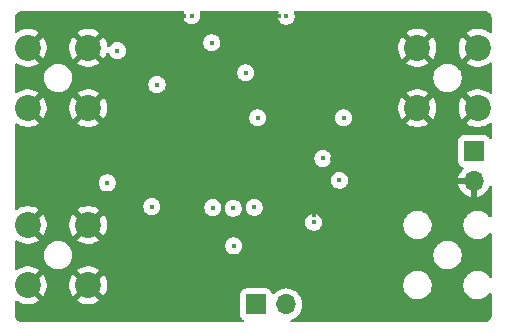
<source format=gbr>
%TF.GenerationSoftware,KiCad,Pcbnew,9.0.0*%
%TF.CreationDate,2026-01-11T13:31:27+01:00*%
%TF.ProjectId,ldc_tdc_driver,6c64635f-7464-4635-9f64-72697665722e,rev?*%
%TF.SameCoordinates,Original*%
%TF.FileFunction,Copper,L2,Inr*%
%TF.FilePolarity,Positive*%
%FSLAX46Y46*%
G04 Gerber Fmt 4.6, Leading zero omitted, Abs format (unit mm)*
G04 Created by KiCad (PCBNEW 9.0.0) date 2026-01-11 13:31:27*
%MOMM*%
%LPD*%
G01*
G04 APERTURE LIST*
%TA.AperFunction,ComponentPad*%
%ADD10R,1.700000X1.700000*%
%TD*%
%TA.AperFunction,ComponentPad*%
%ADD11O,1.700000X1.700000*%
%TD*%
%TA.AperFunction,ComponentPad*%
%ADD12C,2.200000*%
%TD*%
%TA.AperFunction,ViaPad*%
%ADD13C,0.450000*%
%TD*%
G04 APERTURE END LIST*
D10*
%TO.N,+3V3*%
%TO.C,J2*%
X169189400Y-52197000D03*
D11*
%TO.N,GND*%
X169189400Y-54737000D03*
%TD*%
D10*
%TO.N,Net-(J3-Pin_1)*%
%TO.C,J3*%
X150743600Y-65176800D03*
D11*
%TO.N,Net-(J3-Pin_2)*%
X153283600Y-65176800D03*
%TD*%
D12*
%TO.N,GND*%
%TO.C,J9*%
X169490800Y-43450000D03*
X164390800Y-43450000D03*
X169490800Y-48550000D03*
X164390800Y-48550000D03*
%TD*%
%TO.N,GND*%
%TO.C,J8*%
X131423000Y-48550000D03*
X136523000Y-48550000D03*
X131423000Y-43450000D03*
X136523000Y-43450000D03*
%TD*%
%TO.N,GND*%
%TO.C,J7*%
X131423000Y-63550000D03*
X136523000Y-63550000D03*
X131423000Y-58450000D03*
X136523000Y-58450000D03*
%TD*%
D13*
%TO.N,GND*%
X157200600Y-52857400D03*
X159486600Y-41376600D03*
X141630400Y-51917600D03*
X161112200Y-58978800D03*
X141020800Y-55270400D03*
X131775200Y-51358800D03*
X157683200Y-61595000D03*
X151536400Y-55219600D03*
X142773400Y-55270400D03*
X144526000Y-55270400D03*
X148031200Y-55245000D03*
X149783800Y-55219600D03*
X152639998Y-40730944D03*
X149758400Y-51917600D03*
X155608448Y-57569467D03*
X146304000Y-55295800D03*
X144637997Y-40725000D03*
X153720800Y-60181500D03*
X131775200Y-55270400D03*
X139293600Y-55321200D03*
X159867600Y-43002200D03*
%TO.N,+3V3*%
X153289000Y-40767000D03*
X148844000Y-60223400D03*
X156387800Y-52806600D03*
X145288000Y-40725000D03*
X155602446Y-58219442D03*
%TO.N,Net-(U2B-MR)*%
X157784800Y-54660800D03*
X158140400Y-49377600D03*
%TO.N,/B3_STOP*%
X138125200Y-54889400D03*
X138988800Y-43688000D03*
%TO.N,/B2_STOP*%
X141909800Y-56896000D03*
X142341600Y-46558200D03*
%TO.N,/B3_START*%
X147066000Y-56972200D03*
X146989800Y-43027600D03*
%TO.N,/B2_START*%
X149860000Y-45567600D03*
X148793200Y-57023000D03*
%TO.N,/B1_START*%
X150876000Y-49377600D03*
X150571200Y-56946800D03*
%TD*%
%TA.AperFunction,Conductor*%
%TO.N,GND*%
G36*
X144560019Y-40320185D02*
G01*
X144605774Y-40372989D01*
X144615718Y-40442147D01*
X144607541Y-40471953D01*
X144590381Y-40513379D01*
X144590379Y-40513385D01*
X144562500Y-40653542D01*
X144562500Y-40653545D01*
X144562500Y-40796455D01*
X144562500Y-40796457D01*
X144562499Y-40796457D01*
X144590379Y-40936614D01*
X144590381Y-40936620D01*
X144645069Y-41068650D01*
X144645074Y-41068659D01*
X144724467Y-41187478D01*
X144724470Y-41187482D01*
X144825517Y-41288529D01*
X144825521Y-41288532D01*
X144944340Y-41367925D01*
X144944346Y-41367928D01*
X144944347Y-41367929D01*
X145076380Y-41422619D01*
X145076384Y-41422619D01*
X145076385Y-41422620D01*
X145216542Y-41450500D01*
X145216545Y-41450500D01*
X145359457Y-41450500D01*
X145453751Y-41431742D01*
X145499620Y-41422619D01*
X145631653Y-41367929D01*
X145750479Y-41288532D01*
X145851532Y-41187479D01*
X145930929Y-41068653D01*
X145985619Y-40936620D01*
X146000157Y-40863534D01*
X146013500Y-40796457D01*
X146013500Y-40653542D01*
X145985620Y-40513385D01*
X145985619Y-40513384D01*
X145985619Y-40513380D01*
X145968458Y-40471951D01*
X145960990Y-40402484D01*
X145992265Y-40340004D01*
X146052354Y-40304352D01*
X146083020Y-40300500D01*
X152511377Y-40300500D01*
X152578416Y-40320185D01*
X152624171Y-40372989D01*
X152634115Y-40442147D01*
X152625938Y-40471953D01*
X152591381Y-40555379D01*
X152591379Y-40555385D01*
X152563500Y-40695542D01*
X152563500Y-40695545D01*
X152563500Y-40838455D01*
X152563500Y-40838457D01*
X152563499Y-40838457D01*
X152591379Y-40978614D01*
X152591381Y-40978620D01*
X152646069Y-41110650D01*
X152646074Y-41110659D01*
X152725467Y-41229478D01*
X152725470Y-41229482D01*
X152826517Y-41330529D01*
X152826521Y-41330532D01*
X152945340Y-41409925D01*
X152945346Y-41409928D01*
X152945347Y-41409929D01*
X153077380Y-41464619D01*
X153077384Y-41464619D01*
X153077385Y-41464620D01*
X153217542Y-41492500D01*
X153217545Y-41492500D01*
X153360457Y-41492500D01*
X153454751Y-41473742D01*
X153500620Y-41464619D01*
X153632653Y-41409929D01*
X153751479Y-41330532D01*
X153852532Y-41229479D01*
X153931929Y-41110653D01*
X153986619Y-40978620D01*
X154007094Y-40875688D01*
X154014500Y-40838457D01*
X154014500Y-40695542D01*
X153986620Y-40555385D01*
X153986619Y-40555384D01*
X153986619Y-40555380D01*
X153952061Y-40471951D01*
X153944593Y-40402484D01*
X153975868Y-40340004D01*
X154035957Y-40304352D01*
X154066623Y-40300500D01*
X169952405Y-40300500D01*
X169993907Y-40300500D01*
X170006061Y-40301097D01*
X170124317Y-40312744D01*
X170148145Y-40317483D01*
X170256005Y-40350202D01*
X170278453Y-40359501D01*
X170358869Y-40402484D01*
X170377849Y-40412629D01*
X170398059Y-40426133D01*
X170485179Y-40497630D01*
X170502369Y-40514820D01*
X170573866Y-40601940D01*
X170587370Y-40622150D01*
X170626599Y-40695542D01*
X170640495Y-40721538D01*
X170649798Y-40743997D01*
X170682514Y-40851848D01*
X170687256Y-40875688D01*
X170693257Y-40936620D01*
X170698903Y-40993937D01*
X170699500Y-41006092D01*
X170699500Y-42107099D01*
X170679815Y-42174138D01*
X170627011Y-42219893D01*
X170557853Y-42229837D01*
X170502615Y-42207417D01*
X170329386Y-42081559D01*
X170104984Y-41967219D01*
X169865469Y-41889397D01*
X169616728Y-41850000D01*
X169364872Y-41850000D01*
X169116130Y-41889397D01*
X168876615Y-41967219D01*
X168652213Y-42081559D01*
X168550101Y-42155747D01*
X168550100Y-42155748D01*
X169205042Y-42810690D01*
X169159226Y-42829668D01*
X169044576Y-42906274D01*
X168947074Y-43003776D01*
X168870468Y-43118426D01*
X168851490Y-43164242D01*
X168196548Y-42509300D01*
X168196547Y-42509301D01*
X168122359Y-42611413D01*
X168008019Y-42835815D01*
X167930197Y-43075330D01*
X167890800Y-43324071D01*
X167890800Y-43575928D01*
X167930197Y-43824669D01*
X168008019Y-44064184D01*
X168122357Y-44288583D01*
X168196548Y-44390697D01*
X168196548Y-44390698D01*
X168851490Y-43735756D01*
X168870468Y-43781574D01*
X168947074Y-43896224D01*
X169044576Y-43993726D01*
X169159226Y-44070332D01*
X169205041Y-44089309D01*
X168550100Y-44744250D01*
X168652216Y-44818442D01*
X168876615Y-44932780D01*
X169116130Y-45010602D01*
X169364872Y-45050000D01*
X169616728Y-45050000D01*
X169865469Y-45010602D01*
X170104984Y-44932780D01*
X170329383Y-44818442D01*
X170502614Y-44692582D01*
X170568420Y-44669102D01*
X170636474Y-44684927D01*
X170685169Y-44735033D01*
X170699500Y-44792900D01*
X170699500Y-47207099D01*
X170679815Y-47274138D01*
X170627011Y-47319893D01*
X170557853Y-47329837D01*
X170502615Y-47307417D01*
X170329386Y-47181559D01*
X170104984Y-47067219D01*
X169865469Y-46989397D01*
X169616728Y-46950000D01*
X169364872Y-46950000D01*
X169116130Y-46989397D01*
X168876615Y-47067219D01*
X168652213Y-47181559D01*
X168550101Y-47255747D01*
X168550100Y-47255748D01*
X169205042Y-47910690D01*
X169159226Y-47929668D01*
X169044576Y-48006274D01*
X168947074Y-48103776D01*
X168870468Y-48218426D01*
X168851490Y-48264242D01*
X168196548Y-47609300D01*
X168196547Y-47609301D01*
X168122359Y-47711413D01*
X168008019Y-47935815D01*
X167930197Y-48175330D01*
X167890800Y-48424071D01*
X167890800Y-48675928D01*
X167930197Y-48924669D01*
X168008019Y-49164184D01*
X168122357Y-49388583D01*
X168196548Y-49490697D01*
X168196548Y-49490698D01*
X168851490Y-48835756D01*
X168870468Y-48881574D01*
X168947074Y-48996224D01*
X169044576Y-49093726D01*
X169159226Y-49170332D01*
X169205041Y-49189309D01*
X168550100Y-49844250D01*
X168652216Y-49918442D01*
X168876615Y-50032780D01*
X169116130Y-50110602D01*
X169364872Y-50150000D01*
X169616728Y-50150000D01*
X169865469Y-50110602D01*
X170104984Y-50032780D01*
X170329383Y-49918442D01*
X170502614Y-49792582D01*
X170568420Y-49769102D01*
X170636474Y-49784927D01*
X170685169Y-49835033D01*
X170699500Y-49892900D01*
X170699500Y-51021056D01*
X170679815Y-51088095D01*
X170627011Y-51133850D01*
X170557853Y-51143794D01*
X170494297Y-51114769D01*
X170476234Y-51095368D01*
X170420603Y-51021056D01*
X170396946Y-50989454D01*
X170396944Y-50989453D01*
X170396944Y-50989452D01*
X170281735Y-50903206D01*
X170281728Y-50903202D01*
X170146882Y-50852908D01*
X170146883Y-50852908D01*
X170087283Y-50846501D01*
X170087281Y-50846500D01*
X170087273Y-50846500D01*
X170087264Y-50846500D01*
X168291529Y-50846500D01*
X168291523Y-50846501D01*
X168231916Y-50852908D01*
X168097071Y-50903202D01*
X168097064Y-50903206D01*
X167981855Y-50989452D01*
X167981852Y-50989455D01*
X167895606Y-51104664D01*
X167895602Y-51104671D01*
X167845308Y-51239517D01*
X167838901Y-51299116D01*
X167838900Y-51299135D01*
X167838900Y-53094870D01*
X167838901Y-53094876D01*
X167845308Y-53154483D01*
X167895602Y-53289328D01*
X167895606Y-53289335D01*
X167981852Y-53404544D01*
X167981855Y-53404547D01*
X168097064Y-53490793D01*
X168097071Y-53490797D01*
X168159302Y-53514007D01*
X168228998Y-53540002D01*
X168284931Y-53581873D01*
X168309349Y-53647337D01*
X168294498Y-53715610D01*
X168273347Y-53743865D01*
X168159671Y-53857541D01*
X168034779Y-54029442D01*
X167938304Y-54218782D01*
X167872642Y-54420870D01*
X167872642Y-54420873D01*
X167862169Y-54487000D01*
X168756388Y-54487000D01*
X168723475Y-54544007D01*
X168689400Y-54671174D01*
X168689400Y-54802826D01*
X168723475Y-54929993D01*
X168756388Y-54987000D01*
X167862169Y-54987000D01*
X167872642Y-55053126D01*
X167872642Y-55053129D01*
X167938304Y-55255217D01*
X168034779Y-55444557D01*
X168159672Y-55616459D01*
X168159676Y-55616464D01*
X168309935Y-55766723D01*
X168309940Y-55766727D01*
X168481842Y-55891620D01*
X168671182Y-55988095D01*
X168873271Y-56053757D01*
X168939400Y-56064231D01*
X168939400Y-55170012D01*
X168996407Y-55202925D01*
X169123574Y-55237000D01*
X169255226Y-55237000D01*
X169382393Y-55202925D01*
X169439400Y-55170012D01*
X169439400Y-56064230D01*
X169505526Y-56053757D01*
X169505529Y-56053757D01*
X169707617Y-55988095D01*
X169896957Y-55891620D01*
X170068859Y-55766727D01*
X170068864Y-55766723D01*
X170219123Y-55616464D01*
X170219127Y-55616459D01*
X170344020Y-55444557D01*
X170440495Y-55255217D01*
X170457569Y-55202670D01*
X170497006Y-55144995D01*
X170561365Y-55117796D01*
X170630211Y-55129710D01*
X170681687Y-55176954D01*
X170699500Y-55240988D01*
X170699500Y-57689587D01*
X170679815Y-57756626D01*
X170627011Y-57802381D01*
X170557853Y-57812325D01*
X170494297Y-57783300D01*
X170475182Y-57762473D01*
X170407865Y-57669820D01*
X170406490Y-57667927D01*
X170272873Y-57534310D01*
X170119999Y-57423240D01*
X170092597Y-57409278D01*
X169951636Y-57337454D01*
X169771918Y-57279059D01*
X169585286Y-57249500D01*
X169585281Y-57249500D01*
X169396319Y-57249500D01*
X169396314Y-57249500D01*
X169209681Y-57279059D01*
X169029963Y-57337454D01*
X168861600Y-57423240D01*
X168775938Y-57485478D01*
X168708727Y-57534310D01*
X168708725Y-57534312D01*
X168708724Y-57534312D01*
X168575112Y-57667924D01*
X168575112Y-57667925D01*
X168575110Y-57667927D01*
X168573735Y-57669820D01*
X168464040Y-57820800D01*
X168378254Y-57989163D01*
X168319859Y-58168881D01*
X168290300Y-58355513D01*
X168290300Y-58544486D01*
X168319859Y-58731118D01*
X168378254Y-58910836D01*
X168420489Y-58993726D01*
X168464040Y-59079199D01*
X168575110Y-59232073D01*
X168708727Y-59365690D01*
X168861601Y-59476760D01*
X168903091Y-59497900D01*
X169029963Y-59562545D01*
X169029965Y-59562545D01*
X169029968Y-59562547D01*
X169126297Y-59593846D01*
X169209681Y-59620940D01*
X169396314Y-59650500D01*
X169396319Y-59650500D01*
X169585286Y-59650500D01*
X169771918Y-59620940D01*
X169951632Y-59562547D01*
X170119999Y-59476760D01*
X170272873Y-59365690D01*
X170406490Y-59232073D01*
X170475183Y-59137524D01*
X170530512Y-59094861D01*
X170600125Y-59088882D01*
X170661920Y-59121488D01*
X170696278Y-59182327D01*
X170699500Y-59210412D01*
X170699500Y-62789587D01*
X170679815Y-62856626D01*
X170627011Y-62902381D01*
X170557853Y-62912325D01*
X170494297Y-62883300D01*
X170475182Y-62862473D01*
X170422227Y-62789587D01*
X170406490Y-62767927D01*
X170272873Y-62634310D01*
X170119999Y-62523240D01*
X169951636Y-62437454D01*
X169771918Y-62379059D01*
X169585286Y-62349500D01*
X169585281Y-62349500D01*
X169396319Y-62349500D01*
X169396314Y-62349500D01*
X169209681Y-62379059D01*
X169029963Y-62437454D01*
X168861600Y-62523240D01*
X168774379Y-62586610D01*
X168708727Y-62634310D01*
X168708725Y-62634312D01*
X168708724Y-62634312D01*
X168575112Y-62767924D01*
X168575112Y-62767925D01*
X168575110Y-62767927D01*
X168559373Y-62789587D01*
X168464040Y-62920800D01*
X168378254Y-63089163D01*
X168319859Y-63268881D01*
X168290300Y-63455513D01*
X168290300Y-63644486D01*
X168319859Y-63831118D01*
X168378254Y-64010836D01*
X168420489Y-64093726D01*
X168464040Y-64179199D01*
X168575110Y-64332073D01*
X168708727Y-64465690D01*
X168861601Y-64576760D01*
X168941147Y-64617290D01*
X169029963Y-64662545D01*
X169029965Y-64662545D01*
X169029968Y-64662547D01*
X169126297Y-64693846D01*
X169209681Y-64720940D01*
X169396314Y-64750500D01*
X169396319Y-64750500D01*
X169585286Y-64750500D01*
X169771918Y-64720940D01*
X169951632Y-64662547D01*
X170119999Y-64576760D01*
X170272873Y-64465690D01*
X170406490Y-64332073D01*
X170475183Y-64237524D01*
X170530512Y-64194861D01*
X170600125Y-64188882D01*
X170661920Y-64221488D01*
X170696278Y-64282327D01*
X170699500Y-64310412D01*
X170699500Y-65993907D01*
X170698903Y-66006061D01*
X170698903Y-66006062D01*
X170687256Y-66124311D01*
X170682514Y-66148151D01*
X170649798Y-66256002D01*
X170640495Y-66278461D01*
X170587370Y-66377849D01*
X170573866Y-66398059D01*
X170502369Y-66485179D01*
X170485179Y-66502369D01*
X170398059Y-66573866D01*
X170377849Y-66587370D01*
X170278461Y-66640495D01*
X170256002Y-66649798D01*
X170148151Y-66682514D01*
X170124311Y-66687256D01*
X170037215Y-66695834D01*
X170006060Y-66698903D01*
X169993907Y-66699500D01*
X153750424Y-66699500D01*
X153683385Y-66679815D01*
X153637630Y-66627011D01*
X153627686Y-66557853D01*
X153656711Y-66494297D01*
X153712104Y-66457569D01*
X153802012Y-66428357D01*
X153991416Y-66331851D01*
X154077738Y-66269135D01*
X154163386Y-66206909D01*
X154163388Y-66206906D01*
X154163392Y-66206904D01*
X154313704Y-66056592D01*
X154313706Y-66056588D01*
X154313709Y-66056586D01*
X154438648Y-65884620D01*
X154438647Y-65884620D01*
X154438651Y-65884616D01*
X154535157Y-65695212D01*
X154600846Y-65493043D01*
X154634100Y-65283087D01*
X154634100Y-65070513D01*
X154600846Y-64860557D01*
X154535157Y-64658388D01*
X154438651Y-64468984D01*
X154438649Y-64468981D01*
X154438648Y-64468979D01*
X154313709Y-64297013D01*
X154163386Y-64146690D01*
X153991420Y-64021751D01*
X153802014Y-63925244D01*
X153802013Y-63925243D01*
X153802012Y-63925243D01*
X153599843Y-63859554D01*
X153599841Y-63859553D01*
X153599840Y-63859553D01*
X153438557Y-63834008D01*
X153389887Y-63826300D01*
X153177313Y-63826300D01*
X153128642Y-63834008D01*
X152967360Y-63859553D01*
X152765185Y-63925244D01*
X152575779Y-64021751D01*
X152403815Y-64146689D01*
X152290273Y-64260231D01*
X152228950Y-64293715D01*
X152159258Y-64288731D01*
X152103325Y-64246859D01*
X152086410Y-64215882D01*
X152037397Y-64084471D01*
X152037393Y-64084464D01*
X151951147Y-63969255D01*
X151951144Y-63969252D01*
X151835935Y-63883006D01*
X151835928Y-63883002D01*
X151701082Y-63832708D01*
X151701083Y-63832708D01*
X151641483Y-63826301D01*
X151641481Y-63826300D01*
X151641473Y-63826300D01*
X151641464Y-63826300D01*
X149845729Y-63826300D01*
X149845723Y-63826301D01*
X149786116Y-63832708D01*
X149651271Y-63883002D01*
X149651264Y-63883006D01*
X149536055Y-63969252D01*
X149536052Y-63969255D01*
X149449806Y-64084464D01*
X149449802Y-64084471D01*
X149399508Y-64219317D01*
X149393101Y-64278916D01*
X149393100Y-64278935D01*
X149393100Y-66074670D01*
X149393101Y-66074676D01*
X149399508Y-66134283D01*
X149449802Y-66269128D01*
X149449806Y-66269135D01*
X149536052Y-66384344D01*
X149536055Y-66384347D01*
X149658369Y-66475912D01*
X149656204Y-66478802D01*
X149693467Y-66516050D01*
X149708334Y-66584320D01*
X149683931Y-66649789D01*
X149628006Y-66691672D01*
X149584648Y-66699500D01*
X131006093Y-66699500D01*
X130993939Y-66698903D01*
X130920523Y-66691672D01*
X130875688Y-66687256D01*
X130851848Y-66682514D01*
X130743997Y-66649798D01*
X130721541Y-66640496D01*
X130622150Y-66587370D01*
X130601940Y-66573866D01*
X130514820Y-66502369D01*
X130497630Y-66485179D01*
X130426133Y-66398059D01*
X130412629Y-66377849D01*
X130359501Y-66278453D01*
X130350201Y-66256002D01*
X130335309Y-66206909D01*
X130317483Y-66148145D01*
X130312744Y-66124317D01*
X130301097Y-66006061D01*
X130300500Y-65993907D01*
X130300500Y-64955528D01*
X130320185Y-64888489D01*
X130372989Y-64842734D01*
X130442147Y-64832790D01*
X130497386Y-64855211D01*
X130584412Y-64918440D01*
X130808815Y-65032780D01*
X131048330Y-65110602D01*
X131297072Y-65150000D01*
X131548928Y-65150000D01*
X131797669Y-65110602D01*
X132037184Y-65032780D01*
X132261575Y-64918446D01*
X132261581Y-64918442D01*
X132363697Y-64844250D01*
X132363698Y-64844250D01*
X131708757Y-64189309D01*
X131754574Y-64170332D01*
X131869224Y-64093726D01*
X131966726Y-63996224D01*
X132043332Y-63881574D01*
X132062309Y-63835757D01*
X132717250Y-64490698D01*
X132717250Y-64490697D01*
X132791442Y-64388581D01*
X132791446Y-64388575D01*
X132905780Y-64164184D01*
X132983602Y-63924669D01*
X133023000Y-63675928D01*
X133023000Y-63424071D01*
X134923000Y-63424071D01*
X134923000Y-63675928D01*
X134962397Y-63924669D01*
X135040219Y-64164184D01*
X135154557Y-64388583D01*
X135228748Y-64490697D01*
X135228748Y-64490698D01*
X135883690Y-63835756D01*
X135902668Y-63881574D01*
X135979274Y-63996224D01*
X136076776Y-64093726D01*
X136191426Y-64170332D01*
X136237242Y-64189309D01*
X135582300Y-64844250D01*
X135684416Y-64918442D01*
X135908815Y-65032780D01*
X136148330Y-65110602D01*
X136397072Y-65150000D01*
X136648928Y-65150000D01*
X136897669Y-65110602D01*
X137137184Y-65032780D01*
X137361575Y-64918446D01*
X137361581Y-64918442D01*
X137463697Y-64844250D01*
X137463698Y-64844250D01*
X136808757Y-64189309D01*
X136854574Y-64170332D01*
X136969224Y-64093726D01*
X137066726Y-63996224D01*
X137143332Y-63881574D01*
X137162309Y-63835757D01*
X137817250Y-64490698D01*
X137817250Y-64490697D01*
X137891442Y-64388581D01*
X137891446Y-64388575D01*
X138005780Y-64164184D01*
X138083602Y-63924669D01*
X138123000Y-63675928D01*
X138123000Y-63455513D01*
X163190300Y-63455513D01*
X163190300Y-63644486D01*
X163219859Y-63831118D01*
X163278254Y-64010836D01*
X163320489Y-64093726D01*
X163364040Y-64179199D01*
X163475110Y-64332073D01*
X163608727Y-64465690D01*
X163761601Y-64576760D01*
X163841147Y-64617290D01*
X163929963Y-64662545D01*
X163929965Y-64662545D01*
X163929968Y-64662547D01*
X164026297Y-64693846D01*
X164109681Y-64720940D01*
X164296314Y-64750500D01*
X164296319Y-64750500D01*
X164485286Y-64750500D01*
X164671918Y-64720940D01*
X164851632Y-64662547D01*
X165019999Y-64576760D01*
X165172873Y-64465690D01*
X165306490Y-64332073D01*
X165417560Y-64179199D01*
X165503347Y-64010832D01*
X165561740Y-63831118D01*
X165564379Y-63814457D01*
X165591300Y-63644486D01*
X165591300Y-63455513D01*
X165561740Y-63268881D01*
X165503345Y-63089163D01*
X165417559Y-62920800D01*
X165306490Y-62767927D01*
X165172873Y-62634310D01*
X165019999Y-62523240D01*
X164851636Y-62437454D01*
X164671918Y-62379059D01*
X164485286Y-62349500D01*
X164485281Y-62349500D01*
X164296319Y-62349500D01*
X164296314Y-62349500D01*
X164109681Y-62379059D01*
X163929963Y-62437454D01*
X163761600Y-62523240D01*
X163674379Y-62586610D01*
X163608727Y-62634310D01*
X163608725Y-62634312D01*
X163608724Y-62634312D01*
X163475112Y-62767924D01*
X163475112Y-62767925D01*
X163475110Y-62767927D01*
X163459373Y-62789587D01*
X163364040Y-62920800D01*
X163278254Y-63089163D01*
X163219859Y-63268881D01*
X163190300Y-63455513D01*
X138123000Y-63455513D01*
X138123000Y-63424071D01*
X138083602Y-63175330D01*
X138005780Y-62935815D01*
X137891442Y-62711416D01*
X137817250Y-62609301D01*
X137817250Y-62609300D01*
X137162309Y-63264241D01*
X137143332Y-63218426D01*
X137066726Y-63103776D01*
X136969224Y-63006274D01*
X136854574Y-62929668D01*
X136808755Y-62910689D01*
X137463698Y-62255748D01*
X137361583Y-62181557D01*
X137137184Y-62067219D01*
X136897669Y-61989397D01*
X136648928Y-61950000D01*
X136397072Y-61950000D01*
X136148330Y-61989397D01*
X135908815Y-62067219D01*
X135684413Y-62181559D01*
X135582301Y-62255747D01*
X135582300Y-62255748D01*
X136237242Y-62910690D01*
X136191426Y-62929668D01*
X136076776Y-63006274D01*
X135979274Y-63103776D01*
X135902668Y-63218426D01*
X135883690Y-63264242D01*
X135228748Y-62609300D01*
X135228747Y-62609301D01*
X135154559Y-62711413D01*
X135040219Y-62935815D01*
X134962397Y-63175330D01*
X134923000Y-63424071D01*
X133023000Y-63424071D01*
X132983602Y-63175330D01*
X132905780Y-62935815D01*
X132791442Y-62711416D01*
X132717250Y-62609301D01*
X132717250Y-62609300D01*
X132062309Y-63264241D01*
X132043332Y-63218426D01*
X131966726Y-63103776D01*
X131869224Y-63006274D01*
X131754574Y-62929668D01*
X131708756Y-62910689D01*
X132363698Y-62255748D01*
X132261583Y-62181557D01*
X132037184Y-62067219D01*
X131797669Y-61989397D01*
X131548928Y-61950000D01*
X131297072Y-61950000D01*
X131048330Y-61989397D01*
X130808815Y-62067219D01*
X130584416Y-62181557D01*
X130497386Y-62244789D01*
X130431579Y-62268269D01*
X130363525Y-62252444D01*
X130314830Y-62202338D01*
X130300500Y-62144471D01*
X130300500Y-60905513D01*
X132772500Y-60905513D01*
X132772500Y-61094486D01*
X132802059Y-61281118D01*
X132860454Y-61460836D01*
X132946240Y-61629199D01*
X133057310Y-61782073D01*
X133190927Y-61915690D01*
X133343801Y-62026760D01*
X133423207Y-62067219D01*
X133512163Y-62112545D01*
X133512165Y-62112545D01*
X133512168Y-62112547D01*
X133608497Y-62143846D01*
X133691881Y-62170940D01*
X133878514Y-62200500D01*
X133878519Y-62200500D01*
X134067486Y-62200500D01*
X134193539Y-62180535D01*
X134254118Y-62170940D01*
X134433832Y-62112547D01*
X134602199Y-62026760D01*
X134755073Y-61915690D01*
X134888690Y-61782073D01*
X134999760Y-61629199D01*
X135085547Y-61460832D01*
X135143940Y-61281118D01*
X135173500Y-61094486D01*
X135173500Y-60905513D01*
X135143940Y-60718881D01*
X135085545Y-60539163D01*
X134999759Y-60370800D01*
X134944583Y-60294857D01*
X148118499Y-60294857D01*
X148146379Y-60435014D01*
X148146381Y-60435020D01*
X148201069Y-60567050D01*
X148201074Y-60567059D01*
X148280467Y-60685878D01*
X148280470Y-60685882D01*
X148381517Y-60786929D01*
X148381521Y-60786932D01*
X148500340Y-60866325D01*
X148500346Y-60866328D01*
X148500347Y-60866329D01*
X148632380Y-60921019D01*
X148632384Y-60921019D01*
X148632385Y-60921020D01*
X148772542Y-60948900D01*
X148772545Y-60948900D01*
X148915457Y-60948900D01*
X149009751Y-60930142D01*
X149055620Y-60921019D01*
X149093055Y-60905513D01*
X165740300Y-60905513D01*
X165740300Y-61094486D01*
X165769859Y-61281118D01*
X165828254Y-61460836D01*
X165914040Y-61629199D01*
X166025110Y-61782073D01*
X166158727Y-61915690D01*
X166311601Y-62026760D01*
X166391007Y-62067219D01*
X166479963Y-62112545D01*
X166479965Y-62112545D01*
X166479968Y-62112547D01*
X166576297Y-62143846D01*
X166659681Y-62170940D01*
X166846314Y-62200500D01*
X166846319Y-62200500D01*
X167035286Y-62200500D01*
X167221918Y-62170940D01*
X167401632Y-62112547D01*
X167569999Y-62026760D01*
X167722873Y-61915690D01*
X167856490Y-61782073D01*
X167967560Y-61629199D01*
X168053347Y-61460832D01*
X168111740Y-61281118D01*
X168141300Y-61094486D01*
X168141300Y-60905513D01*
X168111740Y-60718881D01*
X168053345Y-60539163D01*
X167967559Y-60370800D01*
X167856490Y-60217927D01*
X167722873Y-60084310D01*
X167569999Y-59973240D01*
X167490592Y-59932780D01*
X167401636Y-59887454D01*
X167221918Y-59829059D01*
X167035286Y-59799500D01*
X167035281Y-59799500D01*
X166846319Y-59799500D01*
X166846314Y-59799500D01*
X166659681Y-59829059D01*
X166479963Y-59887454D01*
X166311600Y-59973240D01*
X166224379Y-60036610D01*
X166158727Y-60084310D01*
X166158725Y-60084312D01*
X166158724Y-60084312D01*
X166025112Y-60217924D01*
X166025112Y-60217925D01*
X166025110Y-60217927D01*
X165977410Y-60283579D01*
X165914040Y-60370800D01*
X165828254Y-60539163D01*
X165769859Y-60718881D01*
X165740300Y-60905513D01*
X149093055Y-60905513D01*
X149187653Y-60866329D01*
X149306479Y-60786932D01*
X149407532Y-60685879D01*
X149486929Y-60567053D01*
X149541619Y-60435020D01*
X149569500Y-60294855D01*
X149569500Y-60151945D01*
X149569500Y-60151942D01*
X149541620Y-60011785D01*
X149541619Y-60011784D01*
X149541619Y-60011780D01*
X149486929Y-59879747D01*
X149486928Y-59879746D01*
X149486925Y-59879740D01*
X149407532Y-59760921D01*
X149407529Y-59760917D01*
X149306482Y-59659870D01*
X149306478Y-59659867D01*
X149187659Y-59580474D01*
X149187650Y-59580469D01*
X149055620Y-59525781D01*
X149055614Y-59525779D01*
X148915457Y-59497900D01*
X148915455Y-59497900D01*
X148772545Y-59497900D01*
X148772543Y-59497900D01*
X148632385Y-59525779D01*
X148632379Y-59525781D01*
X148500349Y-59580469D01*
X148500340Y-59580474D01*
X148381521Y-59659867D01*
X148381517Y-59659870D01*
X148280470Y-59760917D01*
X148280467Y-59760921D01*
X148201074Y-59879740D01*
X148201069Y-59879749D01*
X148146381Y-60011779D01*
X148146379Y-60011785D01*
X148118500Y-60151942D01*
X148118500Y-60151945D01*
X148118500Y-60294855D01*
X148118500Y-60294857D01*
X148118499Y-60294857D01*
X134944583Y-60294857D01*
X134888690Y-60217927D01*
X134755073Y-60084310D01*
X134602199Y-59973240D01*
X134522792Y-59932780D01*
X134433836Y-59887454D01*
X134254118Y-59829059D01*
X134193533Y-59819464D01*
X134067486Y-59799500D01*
X134067481Y-59799500D01*
X133878519Y-59799500D01*
X133878514Y-59799500D01*
X133691881Y-59829059D01*
X133512163Y-59887454D01*
X133343800Y-59973240D01*
X133256579Y-60036610D01*
X133190927Y-60084310D01*
X133190925Y-60084312D01*
X133190924Y-60084312D01*
X133057312Y-60217924D01*
X133057312Y-60217925D01*
X133057310Y-60217927D01*
X133009610Y-60283579D01*
X132946240Y-60370800D01*
X132860454Y-60539163D01*
X132802059Y-60718881D01*
X132772500Y-60905513D01*
X130300500Y-60905513D01*
X130300500Y-59855528D01*
X130320185Y-59788489D01*
X130372989Y-59742734D01*
X130442147Y-59732790D01*
X130497386Y-59755211D01*
X130584412Y-59818440D01*
X130808815Y-59932780D01*
X131048330Y-60010602D01*
X131297072Y-60050000D01*
X131548928Y-60050000D01*
X131797669Y-60010602D01*
X132037184Y-59932780D01*
X132261575Y-59818446D01*
X132261581Y-59818442D01*
X132363697Y-59744250D01*
X132363698Y-59744250D01*
X131708757Y-59089309D01*
X131754574Y-59070332D01*
X131869224Y-58993726D01*
X131966726Y-58896224D01*
X132043332Y-58781574D01*
X132062309Y-58735757D01*
X132717250Y-59390698D01*
X132717250Y-59390697D01*
X132791442Y-59288581D01*
X132791446Y-59288575D01*
X132905780Y-59064184D01*
X132983602Y-58824669D01*
X133023000Y-58575928D01*
X133023000Y-58324071D01*
X134923000Y-58324071D01*
X134923000Y-58575928D01*
X134962397Y-58824669D01*
X135040219Y-59064184D01*
X135154557Y-59288583D01*
X135228748Y-59390697D01*
X135228748Y-59390698D01*
X135883690Y-58735756D01*
X135902668Y-58781574D01*
X135979274Y-58896224D01*
X136076776Y-58993726D01*
X136191426Y-59070332D01*
X136237242Y-59089309D01*
X135582300Y-59744250D01*
X135684416Y-59818442D01*
X135908815Y-59932780D01*
X136148330Y-60010602D01*
X136397072Y-60050000D01*
X136648928Y-60050000D01*
X136816999Y-60023380D01*
X136897669Y-60010602D01*
X137137184Y-59932780D01*
X137361575Y-59818446D01*
X137361581Y-59818442D01*
X137463697Y-59744250D01*
X137463698Y-59744250D01*
X136808757Y-59089309D01*
X136854574Y-59070332D01*
X136969224Y-58993726D01*
X137066726Y-58896224D01*
X137143332Y-58781574D01*
X137162309Y-58735757D01*
X137817250Y-59390698D01*
X137817250Y-59390697D01*
X137891442Y-59288581D01*
X137891446Y-59288575D01*
X138005780Y-59064184D01*
X138083602Y-58824669D01*
X138123000Y-58575928D01*
X138123000Y-58324071D01*
X138117746Y-58290899D01*
X154876945Y-58290899D01*
X154904825Y-58431056D01*
X154904827Y-58431062D01*
X154959515Y-58563092D01*
X154959520Y-58563101D01*
X155038913Y-58681920D01*
X155038916Y-58681924D01*
X155139963Y-58782971D01*
X155139967Y-58782974D01*
X155258786Y-58862367D01*
X155258792Y-58862370D01*
X155258793Y-58862371D01*
X155390826Y-58917061D01*
X155390830Y-58917061D01*
X155390831Y-58917062D01*
X155530988Y-58944942D01*
X155530991Y-58944942D01*
X155673903Y-58944942D01*
X155768197Y-58926184D01*
X155814066Y-58917061D01*
X155946099Y-58862371D01*
X156064925Y-58782974D01*
X156165978Y-58681921D01*
X156245375Y-58563095D01*
X156300065Y-58431062D01*
X156315093Y-58355513D01*
X163190300Y-58355513D01*
X163190300Y-58544486D01*
X163219859Y-58731118D01*
X163278254Y-58910836D01*
X163320489Y-58993726D01*
X163364040Y-59079199D01*
X163475110Y-59232073D01*
X163608727Y-59365690D01*
X163761601Y-59476760D01*
X163803091Y-59497900D01*
X163929963Y-59562545D01*
X163929965Y-59562545D01*
X163929968Y-59562547D01*
X164026297Y-59593846D01*
X164109681Y-59620940D01*
X164296314Y-59650500D01*
X164296319Y-59650500D01*
X164485286Y-59650500D01*
X164671918Y-59620940D01*
X164851632Y-59562547D01*
X165019999Y-59476760D01*
X165172873Y-59365690D01*
X165306490Y-59232073D01*
X165417560Y-59079199D01*
X165503347Y-58910832D01*
X165561740Y-58731118D01*
X165564379Y-58714457D01*
X165591300Y-58544486D01*
X165591300Y-58355513D01*
X165561740Y-58168881D01*
X165531343Y-58075330D01*
X165503347Y-57989168D01*
X165503345Y-57989165D01*
X165503345Y-57989163D01*
X165417559Y-57820800D01*
X165306490Y-57667927D01*
X165172873Y-57534310D01*
X165019999Y-57423240D01*
X164992597Y-57409278D01*
X164851636Y-57337454D01*
X164671918Y-57279059D01*
X164485286Y-57249500D01*
X164485281Y-57249500D01*
X164296319Y-57249500D01*
X164296314Y-57249500D01*
X164109681Y-57279059D01*
X163929963Y-57337454D01*
X163761600Y-57423240D01*
X163675938Y-57485478D01*
X163608727Y-57534310D01*
X163608725Y-57534312D01*
X163608724Y-57534312D01*
X163475112Y-57667924D01*
X163475112Y-57667925D01*
X163475110Y-57667927D01*
X163473735Y-57669820D01*
X163364040Y-57820800D01*
X163278254Y-57989163D01*
X163219859Y-58168881D01*
X163190300Y-58355513D01*
X156315093Y-58355513D01*
X156327946Y-58290897D01*
X156327946Y-58147987D01*
X156327946Y-58147984D01*
X156300066Y-58007827D01*
X156300065Y-58007826D01*
X156300065Y-58007822D01*
X156245375Y-57875789D01*
X156245374Y-57875788D01*
X156245371Y-57875782D01*
X156165978Y-57756963D01*
X156165975Y-57756959D01*
X156064928Y-57655912D01*
X156064924Y-57655909D01*
X155946105Y-57576516D01*
X155946096Y-57576511D01*
X155814066Y-57521823D01*
X155814060Y-57521821D01*
X155673903Y-57493942D01*
X155673901Y-57493942D01*
X155530991Y-57493942D01*
X155530989Y-57493942D01*
X155390831Y-57521821D01*
X155390825Y-57521823D01*
X155258795Y-57576511D01*
X155258786Y-57576516D01*
X155139967Y-57655909D01*
X155139963Y-57655912D01*
X155038916Y-57756959D01*
X155038913Y-57756963D01*
X154959520Y-57875782D01*
X154959515Y-57875791D01*
X154904827Y-58007821D01*
X154904825Y-58007827D01*
X154876946Y-58147984D01*
X154876946Y-58147987D01*
X154876946Y-58290897D01*
X154876946Y-58290899D01*
X154876945Y-58290899D01*
X138117746Y-58290899D01*
X138097218Y-58161293D01*
X138083602Y-58075330D01*
X138005780Y-57835815D01*
X137891442Y-57611416D01*
X137817250Y-57509301D01*
X137817250Y-57509300D01*
X137162309Y-58164241D01*
X137143332Y-58118426D01*
X137066726Y-58003776D01*
X136969224Y-57906274D01*
X136854574Y-57829668D01*
X136808755Y-57810689D01*
X137463698Y-57155748D01*
X137361583Y-57081557D01*
X137137651Y-56967457D01*
X141184299Y-56967457D01*
X141212179Y-57107614D01*
X141212181Y-57107620D01*
X141266869Y-57239650D01*
X141266874Y-57239659D01*
X141346267Y-57358478D01*
X141346270Y-57358482D01*
X141447317Y-57459529D01*
X141447321Y-57459532D01*
X141566140Y-57538925D01*
X141566146Y-57538928D01*
X141566147Y-57538929D01*
X141698180Y-57593619D01*
X141698184Y-57593619D01*
X141698185Y-57593620D01*
X141838342Y-57621500D01*
X141838345Y-57621500D01*
X141981257Y-57621500D01*
X142075551Y-57602742D01*
X142121420Y-57593619D01*
X142253453Y-57538929D01*
X142372279Y-57459532D01*
X142473332Y-57358479D01*
X142552729Y-57239653D01*
X142607419Y-57107620D01*
X142620142Y-57043657D01*
X146340499Y-57043657D01*
X146368379Y-57183814D01*
X146368381Y-57183820D01*
X146423069Y-57315850D01*
X146423074Y-57315859D01*
X146502467Y-57434678D01*
X146502470Y-57434682D01*
X146603517Y-57535729D01*
X146603521Y-57535732D01*
X146722340Y-57615125D01*
X146722346Y-57615128D01*
X146722347Y-57615129D01*
X146854380Y-57669819D01*
X146854384Y-57669819D01*
X146854385Y-57669820D01*
X146994542Y-57697700D01*
X146994545Y-57697700D01*
X147137457Y-57697700D01*
X147265147Y-57672300D01*
X147277620Y-57669819D01*
X147409653Y-57615129D01*
X147528479Y-57535732D01*
X147629532Y-57434679D01*
X147708929Y-57315853D01*
X147763619Y-57183820D01*
X147781395Y-57094457D01*
X148067699Y-57094457D01*
X148095579Y-57234614D01*
X148095581Y-57234620D01*
X148150269Y-57366650D01*
X148150274Y-57366659D01*
X148229667Y-57485478D01*
X148229670Y-57485482D01*
X148330717Y-57586529D01*
X148330721Y-57586532D01*
X148449540Y-57665925D01*
X148449549Y-57665930D01*
X148464928Y-57672300D01*
X148581580Y-57720619D01*
X148581584Y-57720619D01*
X148581585Y-57720620D01*
X148721742Y-57748500D01*
X148721745Y-57748500D01*
X148864657Y-57748500D01*
X148958951Y-57729742D01*
X149004820Y-57720619D01*
X149136853Y-57665929D01*
X149255679Y-57586532D01*
X149356732Y-57485479D01*
X149436129Y-57366653D01*
X149490819Y-57234620D01*
X149508688Y-57144789D01*
X149518700Y-57094457D01*
X149518700Y-57018257D01*
X149845699Y-57018257D01*
X149873579Y-57158414D01*
X149873581Y-57158420D01*
X149928269Y-57290450D01*
X149928274Y-57290459D01*
X150007667Y-57409278D01*
X150007670Y-57409282D01*
X150108717Y-57510329D01*
X150108721Y-57510332D01*
X150227540Y-57589725D01*
X150227549Y-57589730D01*
X150257458Y-57602118D01*
X150359580Y-57644419D01*
X150359584Y-57644419D01*
X150359585Y-57644420D01*
X150499742Y-57672300D01*
X150499745Y-57672300D01*
X150642657Y-57672300D01*
X150736951Y-57653542D01*
X150782820Y-57644419D01*
X150914853Y-57589729D01*
X151033679Y-57510332D01*
X151134732Y-57409279D01*
X151214129Y-57290453D01*
X151268819Y-57158420D01*
X151284108Y-57081557D01*
X151296700Y-57018257D01*
X151296700Y-56875342D01*
X151268820Y-56735185D01*
X151268819Y-56735184D01*
X151268819Y-56735180D01*
X151214129Y-56603147D01*
X151214128Y-56603146D01*
X151214125Y-56603140D01*
X151134732Y-56484321D01*
X151134729Y-56484317D01*
X151033682Y-56383270D01*
X151033678Y-56383267D01*
X150914859Y-56303874D01*
X150914850Y-56303869D01*
X150782820Y-56249181D01*
X150782814Y-56249179D01*
X150642657Y-56221300D01*
X150642655Y-56221300D01*
X150499745Y-56221300D01*
X150499743Y-56221300D01*
X150359585Y-56249179D01*
X150359579Y-56249181D01*
X150227549Y-56303869D01*
X150227540Y-56303874D01*
X150108721Y-56383267D01*
X150108717Y-56383270D01*
X150007670Y-56484317D01*
X150007667Y-56484321D01*
X149928274Y-56603140D01*
X149928269Y-56603149D01*
X149873581Y-56735179D01*
X149873579Y-56735185D01*
X149845700Y-56875342D01*
X149845700Y-56875345D01*
X149845700Y-57018255D01*
X149845700Y-57018257D01*
X149845699Y-57018257D01*
X149518700Y-57018257D01*
X149518700Y-56951542D01*
X149507143Y-56893445D01*
X149507143Y-56893444D01*
X149498501Y-56850000D01*
X149490819Y-56811380D01*
X149436129Y-56679347D01*
X149436128Y-56679346D01*
X149436125Y-56679340D01*
X149356732Y-56560521D01*
X149356729Y-56560517D01*
X149255682Y-56459470D01*
X149255678Y-56459467D01*
X149136859Y-56380074D01*
X149136850Y-56380069D01*
X149004820Y-56325381D01*
X149004814Y-56325379D01*
X148864657Y-56297500D01*
X148864655Y-56297500D01*
X148721745Y-56297500D01*
X148721743Y-56297500D01*
X148581585Y-56325379D01*
X148581579Y-56325381D01*
X148449549Y-56380069D01*
X148449540Y-56380074D01*
X148330721Y-56459467D01*
X148330717Y-56459470D01*
X148229670Y-56560517D01*
X148229667Y-56560521D01*
X148150274Y-56679340D01*
X148150269Y-56679349D01*
X148095581Y-56811379D01*
X148095579Y-56811385D01*
X148067700Y-56951542D01*
X148067700Y-56951545D01*
X148067700Y-57094455D01*
X148067700Y-57094457D01*
X148067699Y-57094457D01*
X147781395Y-57094457D01*
X147781395Y-57094455D01*
X147791500Y-57043657D01*
X147791500Y-56900742D01*
X147763620Y-56760585D01*
X147763619Y-56760584D01*
X147763619Y-56760580D01*
X147708929Y-56628547D01*
X147708928Y-56628546D01*
X147708925Y-56628540D01*
X147629532Y-56509721D01*
X147629529Y-56509717D01*
X147528482Y-56408670D01*
X147528478Y-56408667D01*
X147409659Y-56329274D01*
X147409650Y-56329269D01*
X147277620Y-56274581D01*
X147277614Y-56274579D01*
X147137457Y-56246700D01*
X147137455Y-56246700D01*
X146994545Y-56246700D01*
X146994543Y-56246700D01*
X146854385Y-56274579D01*
X146854379Y-56274581D01*
X146722349Y-56329269D01*
X146722340Y-56329274D01*
X146603521Y-56408667D01*
X146603517Y-56408670D01*
X146502470Y-56509717D01*
X146502467Y-56509721D01*
X146423074Y-56628540D01*
X146423069Y-56628549D01*
X146368381Y-56760579D01*
X146368379Y-56760585D01*
X146340500Y-56900742D01*
X146340500Y-56900745D01*
X146340500Y-57043655D01*
X146340500Y-57043657D01*
X146340499Y-57043657D01*
X142620142Y-57043657D01*
X142635300Y-56967455D01*
X142635300Y-56824545D01*
X142635300Y-56824542D01*
X142607420Y-56684385D01*
X142607419Y-56684384D01*
X142607419Y-56684380D01*
X142552729Y-56552347D01*
X142552728Y-56552346D01*
X142552725Y-56552340D01*
X142473332Y-56433521D01*
X142473329Y-56433517D01*
X142372282Y-56332470D01*
X142372278Y-56332467D01*
X142253459Y-56253074D01*
X142253450Y-56253069D01*
X142121420Y-56198381D01*
X142121414Y-56198379D01*
X141981257Y-56170500D01*
X141981255Y-56170500D01*
X141838345Y-56170500D01*
X141838343Y-56170500D01*
X141698185Y-56198379D01*
X141698179Y-56198381D01*
X141566149Y-56253069D01*
X141566140Y-56253074D01*
X141447321Y-56332467D01*
X141447317Y-56332470D01*
X141346270Y-56433517D01*
X141346267Y-56433521D01*
X141266874Y-56552340D01*
X141266869Y-56552349D01*
X141212181Y-56684379D01*
X141212179Y-56684385D01*
X141184300Y-56824542D01*
X141184300Y-56824545D01*
X141184300Y-56967455D01*
X141184300Y-56967457D01*
X141184299Y-56967457D01*
X137137651Y-56967457D01*
X137137184Y-56967219D01*
X137042282Y-56936384D01*
X136897669Y-56889397D01*
X136648928Y-56850000D01*
X136397072Y-56850000D01*
X136148330Y-56889397D01*
X135908815Y-56967219D01*
X135684413Y-57081559D01*
X135582301Y-57155747D01*
X135582300Y-57155748D01*
X136237242Y-57810690D01*
X136191426Y-57829668D01*
X136076776Y-57906274D01*
X135979274Y-58003776D01*
X135902668Y-58118426D01*
X135883690Y-58164242D01*
X135228748Y-57509300D01*
X135228747Y-57509301D01*
X135154559Y-57611413D01*
X135040219Y-57835815D01*
X134962397Y-58075330D01*
X134923000Y-58324071D01*
X133023000Y-58324071D01*
X132983602Y-58075330D01*
X132905780Y-57835815D01*
X132791442Y-57611416D01*
X132717250Y-57509301D01*
X132717250Y-57509300D01*
X132062309Y-58164241D01*
X132043332Y-58118426D01*
X131966726Y-58003776D01*
X131869224Y-57906274D01*
X131754574Y-57829668D01*
X131708756Y-57810689D01*
X132363698Y-57155748D01*
X132261583Y-57081557D01*
X132037184Y-56967219D01*
X131797669Y-56889397D01*
X131548928Y-56850000D01*
X131297072Y-56850000D01*
X131048330Y-56889397D01*
X130808815Y-56967219D01*
X130584416Y-57081557D01*
X130497386Y-57144789D01*
X130431579Y-57168269D01*
X130363525Y-57152444D01*
X130314830Y-57102338D01*
X130300500Y-57044471D01*
X130300500Y-54960857D01*
X137399699Y-54960857D01*
X137427579Y-55101014D01*
X137427581Y-55101020D01*
X137482269Y-55233050D01*
X137482274Y-55233059D01*
X137561667Y-55351878D01*
X137561670Y-55351882D01*
X137662717Y-55452929D01*
X137662721Y-55452932D01*
X137781540Y-55532325D01*
X137781546Y-55532328D01*
X137781547Y-55532329D01*
X137913580Y-55587019D01*
X137913584Y-55587019D01*
X137913585Y-55587020D01*
X138053742Y-55614900D01*
X138053745Y-55614900D01*
X138196657Y-55614900D01*
X138290951Y-55596142D01*
X138336820Y-55587019D01*
X138468853Y-55532329D01*
X138587679Y-55452932D01*
X138688732Y-55351879D01*
X138768129Y-55233053D01*
X138822819Y-55101020D01*
X138834160Y-55044007D01*
X138850700Y-54960857D01*
X138850700Y-54817942D01*
X138833656Y-54732257D01*
X157059299Y-54732257D01*
X157087179Y-54872414D01*
X157087181Y-54872420D01*
X157141869Y-55004450D01*
X157141874Y-55004459D01*
X157221267Y-55123278D01*
X157221270Y-55123282D01*
X157322317Y-55224329D01*
X157322321Y-55224332D01*
X157441140Y-55303725D01*
X157441146Y-55303728D01*
X157441147Y-55303729D01*
X157573180Y-55358419D01*
X157573184Y-55358419D01*
X157573185Y-55358420D01*
X157713342Y-55386300D01*
X157713345Y-55386300D01*
X157856257Y-55386300D01*
X157950551Y-55367542D01*
X157996420Y-55358419D01*
X158128453Y-55303729D01*
X158247279Y-55224332D01*
X158348332Y-55123279D01*
X158427729Y-55004453D01*
X158482419Y-54872420D01*
X158496262Y-54802826D01*
X158510300Y-54732257D01*
X158510300Y-54589342D01*
X158482420Y-54449185D01*
X158482419Y-54449184D01*
X158482419Y-54449180D01*
X158427729Y-54317147D01*
X158427728Y-54317146D01*
X158427725Y-54317140D01*
X158348332Y-54198321D01*
X158348329Y-54198317D01*
X158247282Y-54097270D01*
X158247278Y-54097267D01*
X158128459Y-54017874D01*
X158128450Y-54017869D01*
X157996420Y-53963181D01*
X157996414Y-53963179D01*
X157856257Y-53935300D01*
X157856255Y-53935300D01*
X157713345Y-53935300D01*
X157713343Y-53935300D01*
X157573185Y-53963179D01*
X157573179Y-53963181D01*
X157441149Y-54017869D01*
X157441140Y-54017874D01*
X157322321Y-54097267D01*
X157322317Y-54097270D01*
X157221270Y-54198317D01*
X157221267Y-54198321D01*
X157141874Y-54317140D01*
X157141869Y-54317149D01*
X157087181Y-54449179D01*
X157087179Y-54449185D01*
X157059300Y-54589342D01*
X157059300Y-54589345D01*
X157059300Y-54732255D01*
X157059300Y-54732257D01*
X157059299Y-54732257D01*
X138833656Y-54732257D01*
X138822820Y-54677785D01*
X138822819Y-54677784D01*
X138822819Y-54677780D01*
X138773821Y-54559489D01*
X138768132Y-54545753D01*
X138768125Y-54545740D01*
X138688732Y-54426921D01*
X138688729Y-54426917D01*
X138587682Y-54325870D01*
X138587678Y-54325867D01*
X138468859Y-54246474D01*
X138468850Y-54246469D01*
X138336820Y-54191781D01*
X138336814Y-54191779D01*
X138196657Y-54163900D01*
X138196655Y-54163900D01*
X138053745Y-54163900D01*
X138053743Y-54163900D01*
X137913585Y-54191779D01*
X137913579Y-54191781D01*
X137781549Y-54246469D01*
X137781540Y-54246474D01*
X137662721Y-54325867D01*
X137662717Y-54325870D01*
X137561670Y-54426917D01*
X137561667Y-54426921D01*
X137482274Y-54545740D01*
X137482269Y-54545749D01*
X137427581Y-54677779D01*
X137427579Y-54677785D01*
X137399700Y-54817942D01*
X137399700Y-54817945D01*
X137399700Y-54960855D01*
X137399700Y-54960857D01*
X137399699Y-54960857D01*
X130300500Y-54960857D01*
X130300500Y-52878057D01*
X155662299Y-52878057D01*
X155690179Y-53018214D01*
X155690181Y-53018220D01*
X155744869Y-53150250D01*
X155744874Y-53150259D01*
X155824267Y-53269078D01*
X155824270Y-53269082D01*
X155925317Y-53370129D01*
X155925321Y-53370132D01*
X156044140Y-53449525D01*
X156044146Y-53449528D01*
X156044147Y-53449529D01*
X156176180Y-53504219D01*
X156176184Y-53504219D01*
X156176185Y-53504220D01*
X156316342Y-53532100D01*
X156316345Y-53532100D01*
X156459257Y-53532100D01*
X156553551Y-53513342D01*
X156599420Y-53504219D01*
X156731453Y-53449529D01*
X156850279Y-53370132D01*
X156951332Y-53269079D01*
X157030729Y-53150253D01*
X157085419Y-53018220D01*
X157113300Y-52878055D01*
X157113300Y-52735145D01*
X157113300Y-52735142D01*
X157085420Y-52594985D01*
X157085419Y-52594984D01*
X157085419Y-52594980D01*
X157030729Y-52462947D01*
X157030728Y-52462946D01*
X157030725Y-52462940D01*
X156951332Y-52344121D01*
X156951329Y-52344117D01*
X156850282Y-52243070D01*
X156850278Y-52243067D01*
X156731459Y-52163674D01*
X156731450Y-52163669D01*
X156599420Y-52108981D01*
X156599414Y-52108979D01*
X156459257Y-52081100D01*
X156459255Y-52081100D01*
X156316345Y-52081100D01*
X156316343Y-52081100D01*
X156176185Y-52108979D01*
X156176179Y-52108981D01*
X156044149Y-52163669D01*
X156044140Y-52163674D01*
X155925321Y-52243067D01*
X155925317Y-52243070D01*
X155824270Y-52344117D01*
X155824267Y-52344121D01*
X155744874Y-52462940D01*
X155744869Y-52462949D01*
X155690181Y-52594979D01*
X155690179Y-52594985D01*
X155662300Y-52735142D01*
X155662300Y-52735145D01*
X155662300Y-52878055D01*
X155662300Y-52878057D01*
X155662299Y-52878057D01*
X130300500Y-52878057D01*
X130300500Y-49955528D01*
X130320185Y-49888489D01*
X130372989Y-49842734D01*
X130442147Y-49832790D01*
X130497386Y-49855211D01*
X130584412Y-49918440D01*
X130808815Y-50032780D01*
X131048330Y-50110602D01*
X131297072Y-50150000D01*
X131548928Y-50150000D01*
X131797669Y-50110602D01*
X132037184Y-50032780D01*
X132261575Y-49918446D01*
X132261581Y-49918442D01*
X132363697Y-49844250D01*
X132363698Y-49844250D01*
X131708757Y-49189309D01*
X131754574Y-49170332D01*
X131869224Y-49093726D01*
X131966726Y-48996224D01*
X132043332Y-48881574D01*
X132062309Y-48835757D01*
X132717250Y-49490698D01*
X132717250Y-49490697D01*
X132791442Y-49388581D01*
X132791446Y-49388575D01*
X132905780Y-49164184D01*
X132983602Y-48924669D01*
X133023000Y-48675928D01*
X133023000Y-48424071D01*
X134923000Y-48424071D01*
X134923000Y-48675928D01*
X134962397Y-48924669D01*
X135040219Y-49164184D01*
X135154557Y-49388583D01*
X135228748Y-49490697D01*
X135228748Y-49490698D01*
X135883690Y-48835756D01*
X135902668Y-48881574D01*
X135979274Y-48996224D01*
X136076776Y-49093726D01*
X136191426Y-49170332D01*
X136237242Y-49189309D01*
X135582300Y-49844250D01*
X135684416Y-49918442D01*
X135908815Y-50032780D01*
X136148330Y-50110602D01*
X136397072Y-50150000D01*
X136648928Y-50150000D01*
X136897669Y-50110602D01*
X137137184Y-50032780D01*
X137361575Y-49918446D01*
X137361581Y-49918442D01*
X137463697Y-49844250D01*
X137463698Y-49844250D01*
X136808757Y-49189309D01*
X136854574Y-49170332D01*
X136969224Y-49093726D01*
X137066726Y-48996224D01*
X137143332Y-48881574D01*
X137162309Y-48835757D01*
X137817250Y-49490698D01*
X137817250Y-49490697D01*
X137847503Y-49449057D01*
X150150499Y-49449057D01*
X150178379Y-49589214D01*
X150178381Y-49589220D01*
X150233069Y-49721250D01*
X150233074Y-49721259D01*
X150312467Y-49840078D01*
X150312470Y-49840082D01*
X150413517Y-49941129D01*
X150413521Y-49941132D01*
X150532340Y-50020525D01*
X150532346Y-50020528D01*
X150532347Y-50020529D01*
X150664380Y-50075219D01*
X150664384Y-50075219D01*
X150664385Y-50075220D01*
X150804542Y-50103100D01*
X150804545Y-50103100D01*
X150947457Y-50103100D01*
X151041751Y-50084342D01*
X151087620Y-50075219D01*
X151219653Y-50020529D01*
X151338479Y-49941132D01*
X151439532Y-49840079D01*
X151518929Y-49721253D01*
X151573619Y-49589220D01*
X151601500Y-49449057D01*
X157414899Y-49449057D01*
X157442779Y-49589214D01*
X157442781Y-49589220D01*
X157497469Y-49721250D01*
X157497474Y-49721259D01*
X157576867Y-49840078D01*
X157576870Y-49840082D01*
X157677917Y-49941129D01*
X157677921Y-49941132D01*
X157796740Y-50020525D01*
X157796746Y-50020528D01*
X157796747Y-50020529D01*
X157928780Y-50075219D01*
X157928784Y-50075219D01*
X157928785Y-50075220D01*
X158068942Y-50103100D01*
X158068945Y-50103100D01*
X158211857Y-50103100D01*
X158306151Y-50084342D01*
X158352020Y-50075219D01*
X158484053Y-50020529D01*
X158602879Y-49941132D01*
X158703932Y-49840079D01*
X158740783Y-49784927D01*
X158778752Y-49728104D01*
X158778753Y-49728102D01*
X158780349Y-49725712D01*
X158783329Y-49721253D01*
X158838019Y-49589220D01*
X158865900Y-49449055D01*
X158865900Y-49306145D01*
X158865900Y-49306142D01*
X158838020Y-49165985D01*
X158838019Y-49165984D01*
X158838019Y-49165980D01*
X158783329Y-49033947D01*
X158783328Y-49033946D01*
X158783325Y-49033940D01*
X158703932Y-48915121D01*
X158703929Y-48915117D01*
X158602882Y-48814070D01*
X158602878Y-48814067D01*
X158484059Y-48734674D01*
X158484050Y-48734669D01*
X158352020Y-48679981D01*
X158352014Y-48679979D01*
X158211857Y-48652100D01*
X158211855Y-48652100D01*
X158068945Y-48652100D01*
X158068943Y-48652100D01*
X157928785Y-48679979D01*
X157928779Y-48679981D01*
X157796749Y-48734669D01*
X157796740Y-48734674D01*
X157677921Y-48814067D01*
X157677917Y-48814070D01*
X157576870Y-48915117D01*
X157576867Y-48915121D01*
X157497474Y-49033940D01*
X157497469Y-49033949D01*
X157442781Y-49165979D01*
X157442779Y-49165985D01*
X157414900Y-49306142D01*
X157414900Y-49306145D01*
X157414900Y-49449055D01*
X157414900Y-49449057D01*
X157414899Y-49449057D01*
X151601500Y-49449057D01*
X151601500Y-49449055D01*
X151601500Y-49306145D01*
X151601500Y-49306142D01*
X151573620Y-49165985D01*
X151573619Y-49165984D01*
X151573619Y-49165980D01*
X151518929Y-49033947D01*
X151518928Y-49033946D01*
X151518925Y-49033940D01*
X151439532Y-48915121D01*
X151439529Y-48915117D01*
X151338482Y-48814070D01*
X151338478Y-48814067D01*
X151219659Y-48734674D01*
X151219650Y-48734669D01*
X151087620Y-48679981D01*
X151087614Y-48679979D01*
X150947457Y-48652100D01*
X150947455Y-48652100D01*
X150804545Y-48652100D01*
X150804543Y-48652100D01*
X150664385Y-48679979D01*
X150664379Y-48679981D01*
X150532349Y-48734669D01*
X150532340Y-48734674D01*
X150413521Y-48814067D01*
X150413517Y-48814070D01*
X150312470Y-48915117D01*
X150312467Y-48915121D01*
X150233074Y-49033940D01*
X150233069Y-49033949D01*
X150178381Y-49165979D01*
X150178379Y-49165985D01*
X150150500Y-49306142D01*
X150150500Y-49306145D01*
X150150500Y-49449055D01*
X150150500Y-49449057D01*
X150150499Y-49449057D01*
X137847503Y-49449057D01*
X137891442Y-49388581D01*
X137891446Y-49388575D01*
X137965235Y-49243758D01*
X137965236Y-49243756D01*
X138005779Y-49164186D01*
X138083602Y-48924669D01*
X138123000Y-48675928D01*
X138123000Y-48424071D01*
X162790800Y-48424071D01*
X162790800Y-48675928D01*
X162830197Y-48924669D01*
X162908019Y-49164184D01*
X163022357Y-49388583D01*
X163096548Y-49490697D01*
X163096548Y-49490698D01*
X163751490Y-48835756D01*
X163770468Y-48881574D01*
X163847074Y-48996224D01*
X163944576Y-49093726D01*
X164059226Y-49170332D01*
X164105042Y-49189309D01*
X163450100Y-49844250D01*
X163552216Y-49918442D01*
X163776615Y-50032780D01*
X164016130Y-50110602D01*
X164264872Y-50150000D01*
X164516728Y-50150000D01*
X164765469Y-50110602D01*
X165004984Y-50032780D01*
X165229375Y-49918446D01*
X165229381Y-49918442D01*
X165331497Y-49844250D01*
X165331498Y-49844250D01*
X164676557Y-49189309D01*
X164722374Y-49170332D01*
X164837024Y-49093726D01*
X164934526Y-48996224D01*
X165011132Y-48881574D01*
X165030109Y-48835757D01*
X165685050Y-49490698D01*
X165685050Y-49490697D01*
X165759242Y-49388581D01*
X165759246Y-49388575D01*
X165873580Y-49164184D01*
X165951402Y-48924669D01*
X165990800Y-48675928D01*
X165990800Y-48424071D01*
X165951402Y-48175330D01*
X165873580Y-47935815D01*
X165759242Y-47711416D01*
X165685050Y-47609301D01*
X165685050Y-47609300D01*
X165030109Y-48264241D01*
X165011132Y-48218426D01*
X164934526Y-48103776D01*
X164837024Y-48006274D01*
X164722374Y-47929668D01*
X164676555Y-47910689D01*
X165331498Y-47255748D01*
X165229383Y-47181557D01*
X165004984Y-47067219D01*
X164765469Y-46989397D01*
X164516728Y-46950000D01*
X164264872Y-46950000D01*
X164016130Y-46989397D01*
X163776615Y-47067219D01*
X163552213Y-47181559D01*
X163450101Y-47255747D01*
X163450100Y-47255748D01*
X164105042Y-47910690D01*
X164059226Y-47929668D01*
X163944576Y-48006274D01*
X163847074Y-48103776D01*
X163770468Y-48218426D01*
X163751490Y-48264242D01*
X163096548Y-47609300D01*
X163096547Y-47609301D01*
X163022359Y-47711413D01*
X162908019Y-47935815D01*
X162830197Y-48175330D01*
X162790800Y-48424071D01*
X138123000Y-48424071D01*
X138083602Y-48175330D01*
X138005780Y-47935815D01*
X137891442Y-47711416D01*
X137817250Y-47609301D01*
X137817250Y-47609300D01*
X137162309Y-48264241D01*
X137143332Y-48218426D01*
X137066726Y-48103776D01*
X136969224Y-48006274D01*
X136854574Y-47929668D01*
X136808755Y-47910689D01*
X137463698Y-47255748D01*
X137361583Y-47181557D01*
X137137184Y-47067219D01*
X136897669Y-46989397D01*
X136648928Y-46950000D01*
X136397072Y-46950000D01*
X136148330Y-46989397D01*
X135908815Y-47067219D01*
X135684413Y-47181559D01*
X135582301Y-47255747D01*
X135582300Y-47255748D01*
X136237242Y-47910690D01*
X136191426Y-47929668D01*
X136076776Y-48006274D01*
X135979274Y-48103776D01*
X135902668Y-48218426D01*
X135883690Y-48264242D01*
X135228748Y-47609300D01*
X135228747Y-47609301D01*
X135154559Y-47711413D01*
X135040219Y-47935815D01*
X134962397Y-48175330D01*
X134923000Y-48424071D01*
X133023000Y-48424071D01*
X132983602Y-48175330D01*
X132905780Y-47935815D01*
X132791442Y-47711416D01*
X132717250Y-47609301D01*
X132717250Y-47609300D01*
X132062309Y-48264241D01*
X132043332Y-48218426D01*
X131966726Y-48103776D01*
X131869224Y-48006274D01*
X131754574Y-47929668D01*
X131708756Y-47910689D01*
X132363698Y-47255748D01*
X132261583Y-47181557D01*
X132037184Y-47067219D01*
X131797669Y-46989397D01*
X131548928Y-46950000D01*
X131297072Y-46950000D01*
X131048330Y-46989397D01*
X130808815Y-47067219D01*
X130584416Y-47181557D01*
X130497386Y-47244789D01*
X130431579Y-47268269D01*
X130363525Y-47252444D01*
X130314830Y-47202338D01*
X130300500Y-47144471D01*
X130300500Y-45905513D01*
X132772500Y-45905513D01*
X132772500Y-46094486D01*
X132802059Y-46281118D01*
X132860454Y-46460836D01*
X132946240Y-46629199D01*
X133057310Y-46782073D01*
X133190927Y-46915690D01*
X133343801Y-47026760D01*
X133423207Y-47067219D01*
X133512163Y-47112545D01*
X133512165Y-47112545D01*
X133512168Y-47112547D01*
X133608497Y-47143846D01*
X133691881Y-47170940D01*
X133878514Y-47200500D01*
X133878519Y-47200500D01*
X134067486Y-47200500D01*
X134193539Y-47180535D01*
X134254118Y-47170940D01*
X134433832Y-47112547D01*
X134602199Y-47026760D01*
X134755073Y-46915690D01*
X134888690Y-46782073D01*
X134999427Y-46629657D01*
X141616099Y-46629657D01*
X141643979Y-46769814D01*
X141643981Y-46769820D01*
X141698669Y-46901850D01*
X141698674Y-46901859D01*
X141778067Y-47020678D01*
X141778070Y-47020682D01*
X141879117Y-47121729D01*
X141879121Y-47121732D01*
X141997940Y-47201125D01*
X141997949Y-47201130D01*
X142012360Y-47207099D01*
X142129980Y-47255819D01*
X142129984Y-47255819D01*
X142129985Y-47255820D01*
X142270142Y-47283700D01*
X142270145Y-47283700D01*
X142413057Y-47283700D01*
X142507351Y-47264942D01*
X142553220Y-47255819D01*
X142685253Y-47201129D01*
X142687083Y-47199906D01*
X142687084Y-47199906D01*
X142733227Y-47169073D01*
X142804079Y-47121732D01*
X142905132Y-47020679D01*
X142984529Y-46901853D01*
X143039219Y-46769820D01*
X143067100Y-46629655D01*
X143067100Y-46486745D01*
X143067100Y-46486742D01*
X143039220Y-46346585D01*
X143039219Y-46346584D01*
X143039219Y-46346580D01*
X142984529Y-46214547D01*
X142984528Y-46214546D01*
X142984525Y-46214540D01*
X142905132Y-46095721D01*
X142905129Y-46095717D01*
X142804082Y-45994670D01*
X142804078Y-45994667D01*
X142685259Y-45915274D01*
X142685250Y-45915269D01*
X142553220Y-45860581D01*
X142553214Y-45860579D01*
X142413057Y-45832700D01*
X142413055Y-45832700D01*
X142270145Y-45832700D01*
X142270143Y-45832700D01*
X142129985Y-45860579D01*
X142129979Y-45860581D01*
X141997949Y-45915269D01*
X141997940Y-45915274D01*
X141879121Y-45994667D01*
X141879117Y-45994670D01*
X141778070Y-46095717D01*
X141778067Y-46095721D01*
X141698674Y-46214540D01*
X141698669Y-46214549D01*
X141643981Y-46346579D01*
X141643979Y-46346585D01*
X141616100Y-46486742D01*
X141616100Y-46486745D01*
X141616100Y-46629655D01*
X141616100Y-46629657D01*
X141616099Y-46629657D01*
X134999427Y-46629657D01*
X134999760Y-46629199D01*
X135085547Y-46460832D01*
X135143940Y-46281118D01*
X135146458Y-46265218D01*
X135173500Y-46094486D01*
X135173500Y-45905513D01*
X135143940Y-45718881D01*
X135118003Y-45639057D01*
X149134499Y-45639057D01*
X149162379Y-45779214D01*
X149162381Y-45779220D01*
X149217069Y-45911250D01*
X149217074Y-45911259D01*
X149296467Y-46030078D01*
X149296470Y-46030082D01*
X149397517Y-46131129D01*
X149397521Y-46131132D01*
X149516340Y-46210525D01*
X149516346Y-46210528D01*
X149516347Y-46210529D01*
X149648380Y-46265219D01*
X149648384Y-46265219D01*
X149648385Y-46265220D01*
X149788542Y-46293100D01*
X149788545Y-46293100D01*
X149931457Y-46293100D01*
X150025751Y-46274342D01*
X150071620Y-46265219D01*
X150203653Y-46210529D01*
X150322479Y-46131132D01*
X150423532Y-46030079D01*
X150502929Y-45911253D01*
X150505307Y-45905513D01*
X165740300Y-45905513D01*
X165740300Y-46094486D01*
X165769859Y-46281118D01*
X165828254Y-46460836D01*
X165914040Y-46629199D01*
X166025110Y-46782073D01*
X166158727Y-46915690D01*
X166311601Y-47026760D01*
X166391007Y-47067219D01*
X166479963Y-47112545D01*
X166479965Y-47112545D01*
X166479968Y-47112547D01*
X166576297Y-47143846D01*
X166659681Y-47170940D01*
X166846314Y-47200500D01*
X166846319Y-47200500D01*
X167035286Y-47200500D01*
X167221918Y-47170940D01*
X167401632Y-47112547D01*
X167569999Y-47026760D01*
X167722873Y-46915690D01*
X167856490Y-46782073D01*
X167967560Y-46629199D01*
X168053347Y-46460832D01*
X168111740Y-46281118D01*
X168114258Y-46265218D01*
X168141300Y-46094486D01*
X168141300Y-45905513D01*
X168111740Y-45718881D01*
X168053345Y-45539163D01*
X167967559Y-45370800D01*
X167956795Y-45355985D01*
X167856490Y-45217927D01*
X167722873Y-45084310D01*
X167569999Y-44973240D01*
X167490592Y-44932780D01*
X167401636Y-44887454D01*
X167221918Y-44829059D01*
X167035286Y-44799500D01*
X167035281Y-44799500D01*
X166846319Y-44799500D01*
X166846314Y-44799500D01*
X166659681Y-44829059D01*
X166479963Y-44887454D01*
X166311600Y-44973240D01*
X166224379Y-45036610D01*
X166158727Y-45084310D01*
X166158725Y-45084312D01*
X166158724Y-45084312D01*
X166025112Y-45217924D01*
X166025112Y-45217925D01*
X166025110Y-45217927D01*
X166020735Y-45223949D01*
X165914040Y-45370800D01*
X165828254Y-45539163D01*
X165769859Y-45718881D01*
X165740300Y-45905513D01*
X150505307Y-45905513D01*
X150557619Y-45779220D01*
X150585500Y-45639055D01*
X150585500Y-45496145D01*
X150585500Y-45496142D01*
X150557620Y-45355985D01*
X150557619Y-45355984D01*
X150557619Y-45355980D01*
X150502929Y-45223947D01*
X150502928Y-45223946D01*
X150502925Y-45223940D01*
X150423532Y-45105121D01*
X150423529Y-45105117D01*
X150322482Y-45004070D01*
X150322478Y-45004067D01*
X150203659Y-44924674D01*
X150203650Y-44924669D01*
X150071620Y-44869981D01*
X150071614Y-44869979D01*
X149931457Y-44842100D01*
X149931455Y-44842100D01*
X149788545Y-44842100D01*
X149788543Y-44842100D01*
X149648385Y-44869979D01*
X149648379Y-44869981D01*
X149516349Y-44924669D01*
X149516340Y-44924674D01*
X149397521Y-45004067D01*
X149397517Y-45004070D01*
X149296470Y-45105117D01*
X149296467Y-45105121D01*
X149217074Y-45223940D01*
X149217069Y-45223949D01*
X149162381Y-45355979D01*
X149162379Y-45355985D01*
X149134500Y-45496142D01*
X149134500Y-45496145D01*
X149134500Y-45639055D01*
X149134500Y-45639057D01*
X149134499Y-45639057D01*
X135118003Y-45639057D01*
X135085545Y-45539163D01*
X134999759Y-45370800D01*
X134988995Y-45355985D01*
X134888690Y-45217927D01*
X134755073Y-45084310D01*
X134602199Y-44973240D01*
X134522792Y-44932780D01*
X134433836Y-44887454D01*
X134254118Y-44829059D01*
X134193533Y-44819464D01*
X134067486Y-44799500D01*
X134067481Y-44799500D01*
X133878519Y-44799500D01*
X133878514Y-44799500D01*
X133691881Y-44829059D01*
X133512163Y-44887454D01*
X133343800Y-44973240D01*
X133256579Y-45036610D01*
X133190927Y-45084310D01*
X133190925Y-45084312D01*
X133190924Y-45084312D01*
X133057312Y-45217924D01*
X133057312Y-45217925D01*
X133057310Y-45217927D01*
X133052935Y-45223949D01*
X132946240Y-45370800D01*
X132860454Y-45539163D01*
X132802059Y-45718881D01*
X132772500Y-45905513D01*
X130300500Y-45905513D01*
X130300500Y-44855528D01*
X130320185Y-44788489D01*
X130372989Y-44742734D01*
X130442147Y-44732790D01*
X130497386Y-44755211D01*
X130584412Y-44818440D01*
X130808815Y-44932780D01*
X131048330Y-45010602D01*
X131297072Y-45050000D01*
X131548928Y-45050000D01*
X131797669Y-45010602D01*
X132037184Y-44932780D01*
X132261575Y-44818446D01*
X132261581Y-44818442D01*
X132363697Y-44744250D01*
X132363698Y-44744250D01*
X131708757Y-44089309D01*
X131754574Y-44070332D01*
X131869224Y-43993726D01*
X131966726Y-43896224D01*
X132043332Y-43781574D01*
X132062309Y-43735757D01*
X132717250Y-44390698D01*
X132717250Y-44390697D01*
X132791442Y-44288581D01*
X132791446Y-44288575D01*
X132905780Y-44064184D01*
X132983602Y-43824669D01*
X133023000Y-43575928D01*
X133023000Y-43324071D01*
X134923000Y-43324071D01*
X134923000Y-43575928D01*
X134962397Y-43824669D01*
X135040219Y-44064184D01*
X135154557Y-44288583D01*
X135228748Y-44390697D01*
X135228748Y-44390698D01*
X135883690Y-43735756D01*
X135902668Y-43781574D01*
X135979274Y-43896224D01*
X136076776Y-43993726D01*
X136191426Y-44070332D01*
X136237242Y-44089309D01*
X135582300Y-44744250D01*
X135684416Y-44818442D01*
X135908815Y-44932780D01*
X136148330Y-45010602D01*
X136397072Y-45050000D01*
X136648928Y-45050000D01*
X136897669Y-45010602D01*
X137137184Y-44932780D01*
X137361575Y-44818446D01*
X137361581Y-44818442D01*
X137463697Y-44744250D01*
X137463698Y-44744250D01*
X136808757Y-44089309D01*
X136854574Y-44070332D01*
X136969224Y-43993726D01*
X137066726Y-43896224D01*
X137143332Y-43781574D01*
X137162309Y-43735757D01*
X137817250Y-44390698D01*
X137817250Y-44390697D01*
X137891442Y-44288581D01*
X137891446Y-44288575D01*
X138005780Y-44064184D01*
X138057340Y-43905498D01*
X138096777Y-43847823D01*
X138161135Y-43820624D01*
X138229982Y-43832538D01*
X138281458Y-43879782D01*
X138289832Y-43896363D01*
X138345869Y-44031650D01*
X138345874Y-44031659D01*
X138425267Y-44150478D01*
X138425270Y-44150482D01*
X138526317Y-44251529D01*
X138526321Y-44251532D01*
X138645140Y-44330925D01*
X138645146Y-44330928D01*
X138645147Y-44330929D01*
X138777180Y-44385619D01*
X138777184Y-44385619D01*
X138777185Y-44385620D01*
X138917342Y-44413500D01*
X138917345Y-44413500D01*
X139060257Y-44413500D01*
X139154551Y-44394742D01*
X139200420Y-44385619D01*
X139332453Y-44330929D01*
X139451279Y-44251532D01*
X139552332Y-44150479D01*
X139631729Y-44031653D01*
X139686419Y-43899620D01*
X139714300Y-43759455D01*
X139714300Y-43616545D01*
X139714300Y-43616542D01*
X139686420Y-43476385D01*
X139686419Y-43476384D01*
X139686419Y-43476380D01*
X139631729Y-43344347D01*
X139631728Y-43344346D01*
X139631725Y-43344340D01*
X139552332Y-43225521D01*
X139552329Y-43225517D01*
X139451282Y-43124470D01*
X139451278Y-43124467D01*
X139413250Y-43099057D01*
X146264299Y-43099057D01*
X146292179Y-43239214D01*
X146292181Y-43239220D01*
X146346869Y-43371250D01*
X146346874Y-43371259D01*
X146426267Y-43490078D01*
X146426270Y-43490082D01*
X146527317Y-43591129D01*
X146527321Y-43591132D01*
X146646140Y-43670525D01*
X146646146Y-43670528D01*
X146646147Y-43670529D01*
X146778180Y-43725219D01*
X146778184Y-43725219D01*
X146778185Y-43725220D01*
X146918342Y-43753100D01*
X146918345Y-43753100D01*
X147061257Y-43753100D01*
X147155551Y-43734342D01*
X147201420Y-43725219D01*
X147333453Y-43670529D01*
X147452279Y-43591132D01*
X147553332Y-43490079D01*
X147632729Y-43371253D01*
X147652272Y-43324071D01*
X162790800Y-43324071D01*
X162790800Y-43575928D01*
X162830197Y-43824669D01*
X162908019Y-44064184D01*
X163022357Y-44288583D01*
X163096548Y-44390697D01*
X163096548Y-44390698D01*
X163751490Y-43735756D01*
X163770468Y-43781574D01*
X163847074Y-43896224D01*
X163944576Y-43993726D01*
X164059226Y-44070332D01*
X164105042Y-44089309D01*
X163450100Y-44744250D01*
X163552216Y-44818442D01*
X163776615Y-44932780D01*
X164016130Y-45010602D01*
X164264872Y-45050000D01*
X164516728Y-45050000D01*
X164765469Y-45010602D01*
X165004984Y-44932780D01*
X165229375Y-44818446D01*
X165229381Y-44818442D01*
X165331497Y-44744250D01*
X165331498Y-44744250D01*
X164676557Y-44089309D01*
X164722374Y-44070332D01*
X164837024Y-43993726D01*
X164934526Y-43896224D01*
X165011132Y-43781574D01*
X165030109Y-43735757D01*
X165685050Y-44390698D01*
X165685050Y-44390697D01*
X165759242Y-44288581D01*
X165759246Y-44288575D01*
X165873580Y-44064184D01*
X165951402Y-43824669D01*
X165990800Y-43575928D01*
X165990800Y-43324071D01*
X165951402Y-43075330D01*
X165873580Y-42835815D01*
X165759242Y-42611416D01*
X165685050Y-42509301D01*
X165685050Y-42509300D01*
X165030109Y-43164241D01*
X165011132Y-43118426D01*
X164934526Y-43003776D01*
X164837024Y-42906274D01*
X164722374Y-42829668D01*
X164676555Y-42810689D01*
X165331498Y-42155748D01*
X165229383Y-42081557D01*
X165004984Y-41967219D01*
X164765469Y-41889397D01*
X164516728Y-41850000D01*
X164264872Y-41850000D01*
X164016130Y-41889397D01*
X163776615Y-41967219D01*
X163552213Y-42081559D01*
X163450101Y-42155747D01*
X163450100Y-42155748D01*
X164105042Y-42810690D01*
X164059226Y-42829668D01*
X163944576Y-42906274D01*
X163847074Y-43003776D01*
X163770468Y-43118426D01*
X163751490Y-43164242D01*
X163096548Y-42509300D01*
X163096547Y-42509301D01*
X163022359Y-42611413D01*
X162908019Y-42835815D01*
X162830197Y-43075330D01*
X162790800Y-43324071D01*
X147652272Y-43324071D01*
X147687419Y-43239220D01*
X147715300Y-43099055D01*
X147715300Y-42956145D01*
X147715300Y-42956142D01*
X147687420Y-42815985D01*
X147687419Y-42815984D01*
X147687419Y-42815980D01*
X147632729Y-42683947D01*
X147632728Y-42683946D01*
X147632725Y-42683940D01*
X147553332Y-42565121D01*
X147553329Y-42565117D01*
X147452282Y-42464070D01*
X147452278Y-42464067D01*
X147333459Y-42384674D01*
X147333450Y-42384669D01*
X147201420Y-42329981D01*
X147201414Y-42329979D01*
X147174496Y-42324625D01*
X147061257Y-42302100D01*
X147061255Y-42302100D01*
X146918345Y-42302100D01*
X146918343Y-42302100D01*
X146778185Y-42329979D01*
X146778179Y-42329981D01*
X146646149Y-42384669D01*
X146646140Y-42384674D01*
X146527321Y-42464067D01*
X146527317Y-42464070D01*
X146426270Y-42565117D01*
X146426267Y-42565121D01*
X146346874Y-42683940D01*
X146346869Y-42683949D01*
X146292181Y-42815979D01*
X146292179Y-42815985D01*
X146264300Y-42956142D01*
X146264300Y-42956145D01*
X146264300Y-43099055D01*
X146264300Y-43099057D01*
X146264299Y-43099057D01*
X139413250Y-43099057D01*
X139344553Y-43053155D01*
X139332457Y-43045073D01*
X139332450Y-43045069D01*
X139200420Y-42990381D01*
X139200414Y-42990379D01*
X139060257Y-42962500D01*
X139060255Y-42962500D01*
X138917345Y-42962500D01*
X138917343Y-42962500D01*
X138777185Y-42990379D01*
X138777179Y-42990381D01*
X138645149Y-43045069D01*
X138645140Y-43045074D01*
X138526321Y-43124467D01*
X138526317Y-43124470D01*
X138425270Y-43225517D01*
X138344315Y-43346674D01*
X138290702Y-43391478D01*
X138221377Y-43400185D01*
X138158350Y-43370030D01*
X138121631Y-43310587D01*
X138118740Y-43297180D01*
X138083602Y-43075330D01*
X138005780Y-42835815D01*
X137891442Y-42611416D01*
X137817250Y-42509301D01*
X137817250Y-42509300D01*
X137162309Y-43164241D01*
X137143332Y-43118426D01*
X137066726Y-43003776D01*
X136969224Y-42906274D01*
X136854574Y-42829668D01*
X136808755Y-42810689D01*
X137463698Y-42155748D01*
X137361583Y-42081557D01*
X137137184Y-41967219D01*
X136897669Y-41889397D01*
X136648928Y-41850000D01*
X136397072Y-41850000D01*
X136148330Y-41889397D01*
X135908815Y-41967219D01*
X135684413Y-42081559D01*
X135582301Y-42155747D01*
X135582300Y-42155748D01*
X136237242Y-42810690D01*
X136191426Y-42829668D01*
X136076776Y-42906274D01*
X135979274Y-43003776D01*
X135902668Y-43118426D01*
X135883690Y-43164242D01*
X135228748Y-42509300D01*
X135228747Y-42509301D01*
X135154559Y-42611413D01*
X135040219Y-42835815D01*
X134962397Y-43075330D01*
X134923000Y-43324071D01*
X133023000Y-43324071D01*
X132983602Y-43075330D01*
X132905780Y-42835815D01*
X132791442Y-42611416D01*
X132717250Y-42509301D01*
X132717250Y-42509300D01*
X132062309Y-43164241D01*
X132043332Y-43118426D01*
X131966726Y-43003776D01*
X131869224Y-42906274D01*
X131754574Y-42829668D01*
X131708756Y-42810689D01*
X132363698Y-42155748D01*
X132261583Y-42081557D01*
X132037184Y-41967219D01*
X131797669Y-41889397D01*
X131548928Y-41850000D01*
X131297072Y-41850000D01*
X131048330Y-41889397D01*
X130808815Y-41967219D01*
X130584416Y-42081557D01*
X130497386Y-42144789D01*
X130431579Y-42168269D01*
X130363525Y-42152444D01*
X130314830Y-42102338D01*
X130300500Y-42044471D01*
X130300500Y-41006092D01*
X130301097Y-40993938D01*
X130302606Y-40978614D01*
X130312744Y-40875678D01*
X130317483Y-40851856D01*
X130350203Y-40743990D01*
X130359499Y-40721549D01*
X130412632Y-40622144D01*
X130426133Y-40601940D01*
X130497635Y-40514814D01*
X130514814Y-40497635D01*
X130601942Y-40426131D01*
X130622144Y-40412632D01*
X130721549Y-40359499D01*
X130743990Y-40350203D01*
X130851856Y-40317483D01*
X130875682Y-40312744D01*
X130975730Y-40302890D01*
X130993940Y-40301097D01*
X131006093Y-40300500D01*
X131047595Y-40300500D01*
X144492980Y-40300500D01*
X144560019Y-40320185D01*
G37*
%TD.AperFunction*%
%TD*%
M02*

</source>
